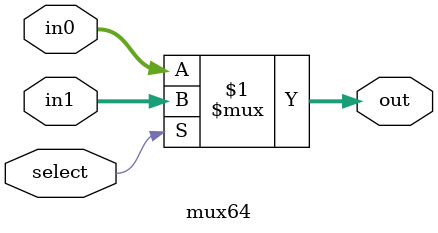
<source format=v>
module mux64(out, select, in0, in1);
    input select;
    input[63:0] in0, in1;
    output[63:0] out;
    assign out = select ? in1 : in0;
endmodule
</source>
